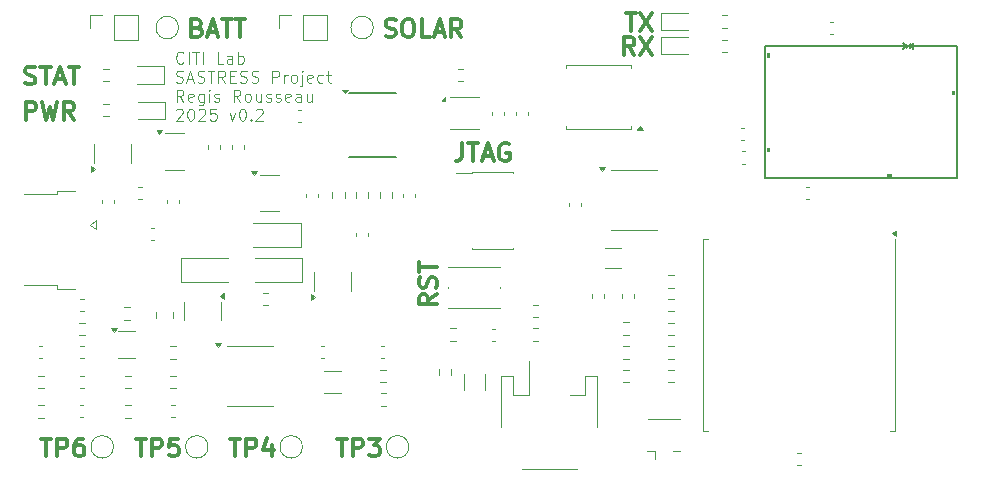
<source format=gbr>
%TF.GenerationSoftware,KiCad,Pcbnew,9.0.0*%
%TF.CreationDate,2025-03-04T10:40:36+01:00*%
%TF.ProjectId,mdbt_lora_board,6d646274-5f6c-46f7-9261-5f626f617264,v0.2*%
%TF.SameCoordinates,Original*%
%TF.FileFunction,Legend,Top*%
%TF.FilePolarity,Positive*%
%FSLAX46Y46*%
G04 Gerber Fmt 4.6, Leading zero omitted, Abs format (unit mm)*
G04 Created by KiCad (PCBNEW 9.0.0) date 2025-03-04 10:40:36*
%MOMM*%
%LPD*%
G01*
G04 APERTURE LIST*
%ADD10C,0.300000*%
%ADD11C,0.100000*%
%ADD12C,0.150000*%
%ADD13C,0.120000*%
%ADD14C,0.152400*%
%ADD15C,0.000000*%
G04 APERTURE END LIST*
D10*
X135800828Y-84588346D02*
X135086542Y-85088346D01*
X135800828Y-85445489D02*
X134300828Y-85445489D01*
X134300828Y-85445489D02*
X134300828Y-84874060D01*
X134300828Y-84874060D02*
X134372257Y-84731203D01*
X134372257Y-84731203D02*
X134443685Y-84659774D01*
X134443685Y-84659774D02*
X134586542Y-84588346D01*
X134586542Y-84588346D02*
X134800828Y-84588346D01*
X134800828Y-84588346D02*
X134943685Y-84659774D01*
X134943685Y-84659774D02*
X135015114Y-84731203D01*
X135015114Y-84731203D02*
X135086542Y-84874060D01*
X135086542Y-84874060D02*
X135086542Y-85445489D01*
X135729400Y-84016917D02*
X135800828Y-83802632D01*
X135800828Y-83802632D02*
X135800828Y-83445489D01*
X135800828Y-83445489D02*
X135729400Y-83302632D01*
X135729400Y-83302632D02*
X135657971Y-83231203D01*
X135657971Y-83231203D02*
X135515114Y-83159774D01*
X135515114Y-83159774D02*
X135372257Y-83159774D01*
X135372257Y-83159774D02*
X135229400Y-83231203D01*
X135229400Y-83231203D02*
X135157971Y-83302632D01*
X135157971Y-83302632D02*
X135086542Y-83445489D01*
X135086542Y-83445489D02*
X135015114Y-83731203D01*
X135015114Y-83731203D02*
X134943685Y-83874060D01*
X134943685Y-83874060D02*
X134872257Y-83945489D01*
X134872257Y-83945489D02*
X134729400Y-84016917D01*
X134729400Y-84016917D02*
X134586542Y-84016917D01*
X134586542Y-84016917D02*
X134443685Y-83945489D01*
X134443685Y-83945489D02*
X134372257Y-83874060D01*
X134372257Y-83874060D02*
X134300828Y-83731203D01*
X134300828Y-83731203D02*
X134300828Y-83374060D01*
X134300828Y-83374060D02*
X134372257Y-83159774D01*
X134300828Y-82731203D02*
X134300828Y-81874061D01*
X135800828Y-82302632D02*
X134300828Y-82302632D01*
X131483082Y-62729400D02*
X131697368Y-62800828D01*
X131697368Y-62800828D02*
X132054510Y-62800828D01*
X132054510Y-62800828D02*
X132197368Y-62729400D01*
X132197368Y-62729400D02*
X132268796Y-62657971D01*
X132268796Y-62657971D02*
X132340225Y-62515114D01*
X132340225Y-62515114D02*
X132340225Y-62372257D01*
X132340225Y-62372257D02*
X132268796Y-62229400D01*
X132268796Y-62229400D02*
X132197368Y-62157971D01*
X132197368Y-62157971D02*
X132054510Y-62086542D01*
X132054510Y-62086542D02*
X131768796Y-62015114D01*
X131768796Y-62015114D02*
X131625939Y-61943685D01*
X131625939Y-61943685D02*
X131554510Y-61872257D01*
X131554510Y-61872257D02*
X131483082Y-61729400D01*
X131483082Y-61729400D02*
X131483082Y-61586542D01*
X131483082Y-61586542D02*
X131554510Y-61443685D01*
X131554510Y-61443685D02*
X131625939Y-61372257D01*
X131625939Y-61372257D02*
X131768796Y-61300828D01*
X131768796Y-61300828D02*
X132125939Y-61300828D01*
X132125939Y-61300828D02*
X132340225Y-61372257D01*
X133268796Y-61300828D02*
X133554510Y-61300828D01*
X133554510Y-61300828D02*
X133697367Y-61372257D01*
X133697367Y-61372257D02*
X133840224Y-61515114D01*
X133840224Y-61515114D02*
X133911653Y-61800828D01*
X133911653Y-61800828D02*
X133911653Y-62300828D01*
X133911653Y-62300828D02*
X133840224Y-62586542D01*
X133840224Y-62586542D02*
X133697367Y-62729400D01*
X133697367Y-62729400D02*
X133554510Y-62800828D01*
X133554510Y-62800828D02*
X133268796Y-62800828D01*
X133268796Y-62800828D02*
X133125939Y-62729400D01*
X133125939Y-62729400D02*
X132983081Y-62586542D01*
X132983081Y-62586542D02*
X132911653Y-62300828D01*
X132911653Y-62300828D02*
X132911653Y-61800828D01*
X132911653Y-61800828D02*
X132983081Y-61515114D01*
X132983081Y-61515114D02*
X133125939Y-61372257D01*
X133125939Y-61372257D02*
X133268796Y-61300828D01*
X135268796Y-62800828D02*
X134554510Y-62800828D01*
X134554510Y-62800828D02*
X134554510Y-61300828D01*
X135697368Y-62372257D02*
X136411654Y-62372257D01*
X135554511Y-62800828D02*
X136054511Y-61300828D01*
X136054511Y-61300828D02*
X136554511Y-62800828D01*
X137911653Y-62800828D02*
X137411653Y-62086542D01*
X137054510Y-62800828D02*
X137054510Y-61300828D01*
X137054510Y-61300828D02*
X137625939Y-61300828D01*
X137625939Y-61300828D02*
X137768796Y-61372257D01*
X137768796Y-61372257D02*
X137840225Y-61443685D01*
X137840225Y-61443685D02*
X137911653Y-61586542D01*
X137911653Y-61586542D02*
X137911653Y-61800828D01*
X137911653Y-61800828D02*
X137840225Y-61943685D01*
X137840225Y-61943685D02*
X137768796Y-62015114D01*
X137768796Y-62015114D02*
X137625939Y-62086542D01*
X137625939Y-62086542D02*
X137054510Y-62086542D01*
X115554510Y-62015114D02*
X115768796Y-62086542D01*
X115768796Y-62086542D02*
X115840225Y-62157971D01*
X115840225Y-62157971D02*
X115911653Y-62300828D01*
X115911653Y-62300828D02*
X115911653Y-62515114D01*
X115911653Y-62515114D02*
X115840225Y-62657971D01*
X115840225Y-62657971D02*
X115768796Y-62729400D01*
X115768796Y-62729400D02*
X115625939Y-62800828D01*
X115625939Y-62800828D02*
X115054510Y-62800828D01*
X115054510Y-62800828D02*
X115054510Y-61300828D01*
X115054510Y-61300828D02*
X115554510Y-61300828D01*
X115554510Y-61300828D02*
X115697368Y-61372257D01*
X115697368Y-61372257D02*
X115768796Y-61443685D01*
X115768796Y-61443685D02*
X115840225Y-61586542D01*
X115840225Y-61586542D02*
X115840225Y-61729400D01*
X115840225Y-61729400D02*
X115768796Y-61872257D01*
X115768796Y-61872257D02*
X115697368Y-61943685D01*
X115697368Y-61943685D02*
X115554510Y-62015114D01*
X115554510Y-62015114D02*
X115054510Y-62015114D01*
X116483082Y-62372257D02*
X117197368Y-62372257D01*
X116340225Y-62800828D02*
X116840225Y-61300828D01*
X116840225Y-61300828D02*
X117340225Y-62800828D01*
X117625939Y-61300828D02*
X118483082Y-61300828D01*
X118054510Y-62800828D02*
X118054510Y-61300828D01*
X118768796Y-61300828D02*
X119625939Y-61300828D01*
X119197367Y-62800828D02*
X119197367Y-61300828D01*
X100983082Y-66729400D02*
X101197368Y-66800828D01*
X101197368Y-66800828D02*
X101554510Y-66800828D01*
X101554510Y-66800828D02*
X101697368Y-66729400D01*
X101697368Y-66729400D02*
X101768796Y-66657971D01*
X101768796Y-66657971D02*
X101840225Y-66515114D01*
X101840225Y-66515114D02*
X101840225Y-66372257D01*
X101840225Y-66372257D02*
X101768796Y-66229400D01*
X101768796Y-66229400D02*
X101697368Y-66157971D01*
X101697368Y-66157971D02*
X101554510Y-66086542D01*
X101554510Y-66086542D02*
X101268796Y-66015114D01*
X101268796Y-66015114D02*
X101125939Y-65943685D01*
X101125939Y-65943685D02*
X101054510Y-65872257D01*
X101054510Y-65872257D02*
X100983082Y-65729400D01*
X100983082Y-65729400D02*
X100983082Y-65586542D01*
X100983082Y-65586542D02*
X101054510Y-65443685D01*
X101054510Y-65443685D02*
X101125939Y-65372257D01*
X101125939Y-65372257D02*
X101268796Y-65300828D01*
X101268796Y-65300828D02*
X101625939Y-65300828D01*
X101625939Y-65300828D02*
X101840225Y-65372257D01*
X102268796Y-65300828D02*
X103125939Y-65300828D01*
X102697367Y-66800828D02*
X102697367Y-65300828D01*
X103554510Y-66372257D02*
X104268796Y-66372257D01*
X103411653Y-66800828D02*
X103911653Y-65300828D01*
X103911653Y-65300828D02*
X104411653Y-66800828D01*
X104697367Y-65300828D02*
X105554510Y-65300828D01*
X105125938Y-66800828D02*
X105125938Y-65300828D01*
X151840225Y-60800828D02*
X152697368Y-60800828D01*
X152268796Y-62300828D02*
X152268796Y-60800828D01*
X153054510Y-60800828D02*
X154054510Y-62300828D01*
X154054510Y-60800828D02*
X153054510Y-62300828D01*
X118340225Y-96800828D02*
X119197368Y-96800828D01*
X118768796Y-98300828D02*
X118768796Y-96800828D01*
X119697367Y-98300828D02*
X119697367Y-96800828D01*
X119697367Y-96800828D02*
X120268796Y-96800828D01*
X120268796Y-96800828D02*
X120411653Y-96872257D01*
X120411653Y-96872257D02*
X120483082Y-96943685D01*
X120483082Y-96943685D02*
X120554510Y-97086542D01*
X120554510Y-97086542D02*
X120554510Y-97300828D01*
X120554510Y-97300828D02*
X120483082Y-97443685D01*
X120483082Y-97443685D02*
X120411653Y-97515114D01*
X120411653Y-97515114D02*
X120268796Y-97586542D01*
X120268796Y-97586542D02*
X119697367Y-97586542D01*
X121840225Y-97300828D02*
X121840225Y-98300828D01*
X121483082Y-96729400D02*
X121125939Y-97800828D01*
X121125939Y-97800828D02*
X122054510Y-97800828D01*
X102340225Y-96800828D02*
X103197368Y-96800828D01*
X102768796Y-98300828D02*
X102768796Y-96800828D01*
X103697367Y-98300828D02*
X103697367Y-96800828D01*
X103697367Y-96800828D02*
X104268796Y-96800828D01*
X104268796Y-96800828D02*
X104411653Y-96872257D01*
X104411653Y-96872257D02*
X104483082Y-96943685D01*
X104483082Y-96943685D02*
X104554510Y-97086542D01*
X104554510Y-97086542D02*
X104554510Y-97300828D01*
X104554510Y-97300828D02*
X104483082Y-97443685D01*
X104483082Y-97443685D02*
X104411653Y-97515114D01*
X104411653Y-97515114D02*
X104268796Y-97586542D01*
X104268796Y-97586542D02*
X103697367Y-97586542D01*
X105840225Y-96800828D02*
X105554510Y-96800828D01*
X105554510Y-96800828D02*
X105411653Y-96872257D01*
X105411653Y-96872257D02*
X105340225Y-96943685D01*
X105340225Y-96943685D02*
X105197367Y-97157971D01*
X105197367Y-97157971D02*
X105125939Y-97443685D01*
X105125939Y-97443685D02*
X105125939Y-98015114D01*
X105125939Y-98015114D02*
X105197367Y-98157971D01*
X105197367Y-98157971D02*
X105268796Y-98229400D01*
X105268796Y-98229400D02*
X105411653Y-98300828D01*
X105411653Y-98300828D02*
X105697367Y-98300828D01*
X105697367Y-98300828D02*
X105840225Y-98229400D01*
X105840225Y-98229400D02*
X105911653Y-98157971D01*
X105911653Y-98157971D02*
X105983082Y-98015114D01*
X105983082Y-98015114D02*
X105983082Y-97657971D01*
X105983082Y-97657971D02*
X105911653Y-97515114D01*
X105911653Y-97515114D02*
X105840225Y-97443685D01*
X105840225Y-97443685D02*
X105697367Y-97372257D01*
X105697367Y-97372257D02*
X105411653Y-97372257D01*
X105411653Y-97372257D02*
X105268796Y-97443685D01*
X105268796Y-97443685D02*
X105197367Y-97515114D01*
X105197367Y-97515114D02*
X105125939Y-97657971D01*
X101054510Y-69800828D02*
X101054510Y-68300828D01*
X101054510Y-68300828D02*
X101625939Y-68300828D01*
X101625939Y-68300828D02*
X101768796Y-68372257D01*
X101768796Y-68372257D02*
X101840225Y-68443685D01*
X101840225Y-68443685D02*
X101911653Y-68586542D01*
X101911653Y-68586542D02*
X101911653Y-68800828D01*
X101911653Y-68800828D02*
X101840225Y-68943685D01*
X101840225Y-68943685D02*
X101768796Y-69015114D01*
X101768796Y-69015114D02*
X101625939Y-69086542D01*
X101625939Y-69086542D02*
X101054510Y-69086542D01*
X102411653Y-68300828D02*
X102768796Y-69800828D01*
X102768796Y-69800828D02*
X103054510Y-68729400D01*
X103054510Y-68729400D02*
X103340225Y-69800828D01*
X103340225Y-69800828D02*
X103697368Y-68300828D01*
X105125939Y-69800828D02*
X104625939Y-69086542D01*
X104268796Y-69800828D02*
X104268796Y-68300828D01*
X104268796Y-68300828D02*
X104840225Y-68300828D01*
X104840225Y-68300828D02*
X104983082Y-68372257D01*
X104983082Y-68372257D02*
X105054511Y-68443685D01*
X105054511Y-68443685D02*
X105125939Y-68586542D01*
X105125939Y-68586542D02*
X105125939Y-68800828D01*
X105125939Y-68800828D02*
X105054511Y-68943685D01*
X105054511Y-68943685D02*
X104983082Y-69015114D01*
X104983082Y-69015114D02*
X104840225Y-69086542D01*
X104840225Y-69086542D02*
X104268796Y-69086542D01*
X137983082Y-71800828D02*
X137983082Y-72872257D01*
X137983082Y-72872257D02*
X137911653Y-73086542D01*
X137911653Y-73086542D02*
X137768796Y-73229400D01*
X137768796Y-73229400D02*
X137554510Y-73300828D01*
X137554510Y-73300828D02*
X137411653Y-73300828D01*
X138483082Y-71800828D02*
X139340225Y-71800828D01*
X138911653Y-73300828D02*
X138911653Y-71800828D01*
X139768796Y-72872257D02*
X140483082Y-72872257D01*
X139625939Y-73300828D02*
X140125939Y-71800828D01*
X140125939Y-71800828D02*
X140625939Y-73300828D01*
X141911653Y-71872257D02*
X141768796Y-71800828D01*
X141768796Y-71800828D02*
X141554510Y-71800828D01*
X141554510Y-71800828D02*
X141340224Y-71872257D01*
X141340224Y-71872257D02*
X141197367Y-72015114D01*
X141197367Y-72015114D02*
X141125938Y-72157971D01*
X141125938Y-72157971D02*
X141054510Y-72443685D01*
X141054510Y-72443685D02*
X141054510Y-72657971D01*
X141054510Y-72657971D02*
X141125938Y-72943685D01*
X141125938Y-72943685D02*
X141197367Y-73086542D01*
X141197367Y-73086542D02*
X141340224Y-73229400D01*
X141340224Y-73229400D02*
X141554510Y-73300828D01*
X141554510Y-73300828D02*
X141697367Y-73300828D01*
X141697367Y-73300828D02*
X141911653Y-73229400D01*
X141911653Y-73229400D02*
X141983081Y-73157971D01*
X141983081Y-73157971D02*
X141983081Y-72657971D01*
X141983081Y-72657971D02*
X141697367Y-72657971D01*
D11*
X114375312Y-64947348D02*
X114327693Y-64994968D01*
X114327693Y-64994968D02*
X114184836Y-65042587D01*
X114184836Y-65042587D02*
X114089598Y-65042587D01*
X114089598Y-65042587D02*
X113946741Y-64994968D01*
X113946741Y-64994968D02*
X113851503Y-64899729D01*
X113851503Y-64899729D02*
X113803884Y-64804491D01*
X113803884Y-64804491D02*
X113756265Y-64614015D01*
X113756265Y-64614015D02*
X113756265Y-64471158D01*
X113756265Y-64471158D02*
X113803884Y-64280682D01*
X113803884Y-64280682D02*
X113851503Y-64185444D01*
X113851503Y-64185444D02*
X113946741Y-64090206D01*
X113946741Y-64090206D02*
X114089598Y-64042587D01*
X114089598Y-64042587D02*
X114184836Y-64042587D01*
X114184836Y-64042587D02*
X114327693Y-64090206D01*
X114327693Y-64090206D02*
X114375312Y-64137825D01*
X114803884Y-65042587D02*
X114803884Y-64042587D01*
X115137217Y-64042587D02*
X115708645Y-64042587D01*
X115422931Y-65042587D02*
X115422931Y-64042587D01*
X116041979Y-65042587D02*
X116041979Y-64042587D01*
X117756264Y-65042587D02*
X117280074Y-65042587D01*
X117280074Y-65042587D02*
X117280074Y-64042587D01*
X118518169Y-65042587D02*
X118518169Y-64518777D01*
X118518169Y-64518777D02*
X118470550Y-64423539D01*
X118470550Y-64423539D02*
X118375312Y-64375920D01*
X118375312Y-64375920D02*
X118184836Y-64375920D01*
X118184836Y-64375920D02*
X118089598Y-64423539D01*
X118518169Y-64994968D02*
X118422931Y-65042587D01*
X118422931Y-65042587D02*
X118184836Y-65042587D01*
X118184836Y-65042587D02*
X118089598Y-64994968D01*
X118089598Y-64994968D02*
X118041979Y-64899729D01*
X118041979Y-64899729D02*
X118041979Y-64804491D01*
X118041979Y-64804491D02*
X118089598Y-64709253D01*
X118089598Y-64709253D02*
X118184836Y-64661634D01*
X118184836Y-64661634D02*
X118422931Y-64661634D01*
X118422931Y-64661634D02*
X118518169Y-64614015D01*
X118994360Y-65042587D02*
X118994360Y-64042587D01*
X118994360Y-64423539D02*
X119089598Y-64375920D01*
X119089598Y-64375920D02*
X119280074Y-64375920D01*
X119280074Y-64375920D02*
X119375312Y-64423539D01*
X119375312Y-64423539D02*
X119422931Y-64471158D01*
X119422931Y-64471158D02*
X119470550Y-64566396D01*
X119470550Y-64566396D02*
X119470550Y-64852110D01*
X119470550Y-64852110D02*
X119422931Y-64947348D01*
X119422931Y-64947348D02*
X119375312Y-64994968D01*
X119375312Y-64994968D02*
X119280074Y-65042587D01*
X119280074Y-65042587D02*
X119089598Y-65042587D01*
X119089598Y-65042587D02*
X118994360Y-64994968D01*
X113756265Y-66604912D02*
X113899122Y-66652531D01*
X113899122Y-66652531D02*
X114137217Y-66652531D01*
X114137217Y-66652531D02*
X114232455Y-66604912D01*
X114232455Y-66604912D02*
X114280074Y-66557292D01*
X114280074Y-66557292D02*
X114327693Y-66462054D01*
X114327693Y-66462054D02*
X114327693Y-66366816D01*
X114327693Y-66366816D02*
X114280074Y-66271578D01*
X114280074Y-66271578D02*
X114232455Y-66223959D01*
X114232455Y-66223959D02*
X114137217Y-66176340D01*
X114137217Y-66176340D02*
X113946741Y-66128721D01*
X113946741Y-66128721D02*
X113851503Y-66081102D01*
X113851503Y-66081102D02*
X113803884Y-66033483D01*
X113803884Y-66033483D02*
X113756265Y-65938245D01*
X113756265Y-65938245D02*
X113756265Y-65843007D01*
X113756265Y-65843007D02*
X113803884Y-65747769D01*
X113803884Y-65747769D02*
X113851503Y-65700150D01*
X113851503Y-65700150D02*
X113946741Y-65652531D01*
X113946741Y-65652531D02*
X114184836Y-65652531D01*
X114184836Y-65652531D02*
X114327693Y-65700150D01*
X114708646Y-66366816D02*
X115184836Y-66366816D01*
X114613408Y-66652531D02*
X114946741Y-65652531D01*
X114946741Y-65652531D02*
X115280074Y-66652531D01*
X115565789Y-66604912D02*
X115708646Y-66652531D01*
X115708646Y-66652531D02*
X115946741Y-66652531D01*
X115946741Y-66652531D02*
X116041979Y-66604912D01*
X116041979Y-66604912D02*
X116089598Y-66557292D01*
X116089598Y-66557292D02*
X116137217Y-66462054D01*
X116137217Y-66462054D02*
X116137217Y-66366816D01*
X116137217Y-66366816D02*
X116089598Y-66271578D01*
X116089598Y-66271578D02*
X116041979Y-66223959D01*
X116041979Y-66223959D02*
X115946741Y-66176340D01*
X115946741Y-66176340D02*
X115756265Y-66128721D01*
X115756265Y-66128721D02*
X115661027Y-66081102D01*
X115661027Y-66081102D02*
X115613408Y-66033483D01*
X115613408Y-66033483D02*
X115565789Y-65938245D01*
X115565789Y-65938245D02*
X115565789Y-65843007D01*
X115565789Y-65843007D02*
X115613408Y-65747769D01*
X115613408Y-65747769D02*
X115661027Y-65700150D01*
X115661027Y-65700150D02*
X115756265Y-65652531D01*
X115756265Y-65652531D02*
X115994360Y-65652531D01*
X115994360Y-65652531D02*
X116137217Y-65700150D01*
X116422932Y-65652531D02*
X116994360Y-65652531D01*
X116708646Y-66652531D02*
X116708646Y-65652531D01*
X117899122Y-66652531D02*
X117565789Y-66176340D01*
X117327694Y-66652531D02*
X117327694Y-65652531D01*
X117327694Y-65652531D02*
X117708646Y-65652531D01*
X117708646Y-65652531D02*
X117803884Y-65700150D01*
X117803884Y-65700150D02*
X117851503Y-65747769D01*
X117851503Y-65747769D02*
X117899122Y-65843007D01*
X117899122Y-65843007D02*
X117899122Y-65985864D01*
X117899122Y-65985864D02*
X117851503Y-66081102D01*
X117851503Y-66081102D02*
X117803884Y-66128721D01*
X117803884Y-66128721D02*
X117708646Y-66176340D01*
X117708646Y-66176340D02*
X117327694Y-66176340D01*
X118327694Y-66128721D02*
X118661027Y-66128721D01*
X118803884Y-66652531D02*
X118327694Y-66652531D01*
X118327694Y-66652531D02*
X118327694Y-65652531D01*
X118327694Y-65652531D02*
X118803884Y-65652531D01*
X119184837Y-66604912D02*
X119327694Y-66652531D01*
X119327694Y-66652531D02*
X119565789Y-66652531D01*
X119565789Y-66652531D02*
X119661027Y-66604912D01*
X119661027Y-66604912D02*
X119708646Y-66557292D01*
X119708646Y-66557292D02*
X119756265Y-66462054D01*
X119756265Y-66462054D02*
X119756265Y-66366816D01*
X119756265Y-66366816D02*
X119708646Y-66271578D01*
X119708646Y-66271578D02*
X119661027Y-66223959D01*
X119661027Y-66223959D02*
X119565789Y-66176340D01*
X119565789Y-66176340D02*
X119375313Y-66128721D01*
X119375313Y-66128721D02*
X119280075Y-66081102D01*
X119280075Y-66081102D02*
X119232456Y-66033483D01*
X119232456Y-66033483D02*
X119184837Y-65938245D01*
X119184837Y-65938245D02*
X119184837Y-65843007D01*
X119184837Y-65843007D02*
X119232456Y-65747769D01*
X119232456Y-65747769D02*
X119280075Y-65700150D01*
X119280075Y-65700150D02*
X119375313Y-65652531D01*
X119375313Y-65652531D02*
X119613408Y-65652531D01*
X119613408Y-65652531D02*
X119756265Y-65700150D01*
X120137218Y-66604912D02*
X120280075Y-66652531D01*
X120280075Y-66652531D02*
X120518170Y-66652531D01*
X120518170Y-66652531D02*
X120613408Y-66604912D01*
X120613408Y-66604912D02*
X120661027Y-66557292D01*
X120661027Y-66557292D02*
X120708646Y-66462054D01*
X120708646Y-66462054D02*
X120708646Y-66366816D01*
X120708646Y-66366816D02*
X120661027Y-66271578D01*
X120661027Y-66271578D02*
X120613408Y-66223959D01*
X120613408Y-66223959D02*
X120518170Y-66176340D01*
X120518170Y-66176340D02*
X120327694Y-66128721D01*
X120327694Y-66128721D02*
X120232456Y-66081102D01*
X120232456Y-66081102D02*
X120184837Y-66033483D01*
X120184837Y-66033483D02*
X120137218Y-65938245D01*
X120137218Y-65938245D02*
X120137218Y-65843007D01*
X120137218Y-65843007D02*
X120184837Y-65747769D01*
X120184837Y-65747769D02*
X120232456Y-65700150D01*
X120232456Y-65700150D02*
X120327694Y-65652531D01*
X120327694Y-65652531D02*
X120565789Y-65652531D01*
X120565789Y-65652531D02*
X120708646Y-65700150D01*
X121899123Y-66652531D02*
X121899123Y-65652531D01*
X121899123Y-65652531D02*
X122280075Y-65652531D01*
X122280075Y-65652531D02*
X122375313Y-65700150D01*
X122375313Y-65700150D02*
X122422932Y-65747769D01*
X122422932Y-65747769D02*
X122470551Y-65843007D01*
X122470551Y-65843007D02*
X122470551Y-65985864D01*
X122470551Y-65985864D02*
X122422932Y-66081102D01*
X122422932Y-66081102D02*
X122375313Y-66128721D01*
X122375313Y-66128721D02*
X122280075Y-66176340D01*
X122280075Y-66176340D02*
X121899123Y-66176340D01*
X122899123Y-66652531D02*
X122899123Y-65985864D01*
X122899123Y-66176340D02*
X122946742Y-66081102D01*
X122946742Y-66081102D02*
X122994361Y-66033483D01*
X122994361Y-66033483D02*
X123089599Y-65985864D01*
X123089599Y-65985864D02*
X123184837Y-65985864D01*
X123661028Y-66652531D02*
X123565790Y-66604912D01*
X123565790Y-66604912D02*
X123518171Y-66557292D01*
X123518171Y-66557292D02*
X123470552Y-66462054D01*
X123470552Y-66462054D02*
X123470552Y-66176340D01*
X123470552Y-66176340D02*
X123518171Y-66081102D01*
X123518171Y-66081102D02*
X123565790Y-66033483D01*
X123565790Y-66033483D02*
X123661028Y-65985864D01*
X123661028Y-65985864D02*
X123803885Y-65985864D01*
X123803885Y-65985864D02*
X123899123Y-66033483D01*
X123899123Y-66033483D02*
X123946742Y-66081102D01*
X123946742Y-66081102D02*
X123994361Y-66176340D01*
X123994361Y-66176340D02*
X123994361Y-66462054D01*
X123994361Y-66462054D02*
X123946742Y-66557292D01*
X123946742Y-66557292D02*
X123899123Y-66604912D01*
X123899123Y-66604912D02*
X123803885Y-66652531D01*
X123803885Y-66652531D02*
X123661028Y-66652531D01*
X124422933Y-65985864D02*
X124422933Y-66843007D01*
X124422933Y-66843007D02*
X124375314Y-66938245D01*
X124375314Y-66938245D02*
X124280076Y-66985864D01*
X124280076Y-66985864D02*
X124232457Y-66985864D01*
X124422933Y-65652531D02*
X124375314Y-65700150D01*
X124375314Y-65700150D02*
X124422933Y-65747769D01*
X124422933Y-65747769D02*
X124470552Y-65700150D01*
X124470552Y-65700150D02*
X124422933Y-65652531D01*
X124422933Y-65652531D02*
X124422933Y-65747769D01*
X125280075Y-66604912D02*
X125184837Y-66652531D01*
X125184837Y-66652531D02*
X124994361Y-66652531D01*
X124994361Y-66652531D02*
X124899123Y-66604912D01*
X124899123Y-66604912D02*
X124851504Y-66509673D01*
X124851504Y-66509673D02*
X124851504Y-66128721D01*
X124851504Y-66128721D02*
X124899123Y-66033483D01*
X124899123Y-66033483D02*
X124994361Y-65985864D01*
X124994361Y-65985864D02*
X125184837Y-65985864D01*
X125184837Y-65985864D02*
X125280075Y-66033483D01*
X125280075Y-66033483D02*
X125327694Y-66128721D01*
X125327694Y-66128721D02*
X125327694Y-66223959D01*
X125327694Y-66223959D02*
X124851504Y-66319197D01*
X126184837Y-66604912D02*
X126089599Y-66652531D01*
X126089599Y-66652531D02*
X125899123Y-66652531D01*
X125899123Y-66652531D02*
X125803885Y-66604912D01*
X125803885Y-66604912D02*
X125756266Y-66557292D01*
X125756266Y-66557292D02*
X125708647Y-66462054D01*
X125708647Y-66462054D02*
X125708647Y-66176340D01*
X125708647Y-66176340D02*
X125756266Y-66081102D01*
X125756266Y-66081102D02*
X125803885Y-66033483D01*
X125803885Y-66033483D02*
X125899123Y-65985864D01*
X125899123Y-65985864D02*
X126089599Y-65985864D01*
X126089599Y-65985864D02*
X126184837Y-66033483D01*
X126470552Y-65985864D02*
X126851504Y-65985864D01*
X126613409Y-65652531D02*
X126613409Y-66509673D01*
X126613409Y-66509673D02*
X126661028Y-66604912D01*
X126661028Y-66604912D02*
X126756266Y-66652531D01*
X126756266Y-66652531D02*
X126851504Y-66652531D01*
X114375312Y-68262475D02*
X114041979Y-67786284D01*
X113803884Y-68262475D02*
X113803884Y-67262475D01*
X113803884Y-67262475D02*
X114184836Y-67262475D01*
X114184836Y-67262475D02*
X114280074Y-67310094D01*
X114280074Y-67310094D02*
X114327693Y-67357713D01*
X114327693Y-67357713D02*
X114375312Y-67452951D01*
X114375312Y-67452951D02*
X114375312Y-67595808D01*
X114375312Y-67595808D02*
X114327693Y-67691046D01*
X114327693Y-67691046D02*
X114280074Y-67738665D01*
X114280074Y-67738665D02*
X114184836Y-67786284D01*
X114184836Y-67786284D02*
X113803884Y-67786284D01*
X115184836Y-68214856D02*
X115089598Y-68262475D01*
X115089598Y-68262475D02*
X114899122Y-68262475D01*
X114899122Y-68262475D02*
X114803884Y-68214856D01*
X114803884Y-68214856D02*
X114756265Y-68119617D01*
X114756265Y-68119617D02*
X114756265Y-67738665D01*
X114756265Y-67738665D02*
X114803884Y-67643427D01*
X114803884Y-67643427D02*
X114899122Y-67595808D01*
X114899122Y-67595808D02*
X115089598Y-67595808D01*
X115089598Y-67595808D02*
X115184836Y-67643427D01*
X115184836Y-67643427D02*
X115232455Y-67738665D01*
X115232455Y-67738665D02*
X115232455Y-67833903D01*
X115232455Y-67833903D02*
X114756265Y-67929141D01*
X116089598Y-67595808D02*
X116089598Y-68405332D01*
X116089598Y-68405332D02*
X116041979Y-68500570D01*
X116041979Y-68500570D02*
X115994360Y-68548189D01*
X115994360Y-68548189D02*
X115899122Y-68595808D01*
X115899122Y-68595808D02*
X115756265Y-68595808D01*
X115756265Y-68595808D02*
X115661027Y-68548189D01*
X116089598Y-68214856D02*
X115994360Y-68262475D01*
X115994360Y-68262475D02*
X115803884Y-68262475D01*
X115803884Y-68262475D02*
X115708646Y-68214856D01*
X115708646Y-68214856D02*
X115661027Y-68167236D01*
X115661027Y-68167236D02*
X115613408Y-68071998D01*
X115613408Y-68071998D02*
X115613408Y-67786284D01*
X115613408Y-67786284D02*
X115661027Y-67691046D01*
X115661027Y-67691046D02*
X115708646Y-67643427D01*
X115708646Y-67643427D02*
X115803884Y-67595808D01*
X115803884Y-67595808D02*
X115994360Y-67595808D01*
X115994360Y-67595808D02*
X116089598Y-67643427D01*
X116565789Y-68262475D02*
X116565789Y-67595808D01*
X116565789Y-67262475D02*
X116518170Y-67310094D01*
X116518170Y-67310094D02*
X116565789Y-67357713D01*
X116565789Y-67357713D02*
X116613408Y-67310094D01*
X116613408Y-67310094D02*
X116565789Y-67262475D01*
X116565789Y-67262475D02*
X116565789Y-67357713D01*
X116994360Y-68214856D02*
X117089598Y-68262475D01*
X117089598Y-68262475D02*
X117280074Y-68262475D01*
X117280074Y-68262475D02*
X117375312Y-68214856D01*
X117375312Y-68214856D02*
X117422931Y-68119617D01*
X117422931Y-68119617D02*
X117422931Y-68071998D01*
X117422931Y-68071998D02*
X117375312Y-67976760D01*
X117375312Y-67976760D02*
X117280074Y-67929141D01*
X117280074Y-67929141D02*
X117137217Y-67929141D01*
X117137217Y-67929141D02*
X117041979Y-67881522D01*
X117041979Y-67881522D02*
X116994360Y-67786284D01*
X116994360Y-67786284D02*
X116994360Y-67738665D01*
X116994360Y-67738665D02*
X117041979Y-67643427D01*
X117041979Y-67643427D02*
X117137217Y-67595808D01*
X117137217Y-67595808D02*
X117280074Y-67595808D01*
X117280074Y-67595808D02*
X117375312Y-67643427D01*
X119184836Y-68262475D02*
X118851503Y-67786284D01*
X118613408Y-68262475D02*
X118613408Y-67262475D01*
X118613408Y-67262475D02*
X118994360Y-67262475D01*
X118994360Y-67262475D02*
X119089598Y-67310094D01*
X119089598Y-67310094D02*
X119137217Y-67357713D01*
X119137217Y-67357713D02*
X119184836Y-67452951D01*
X119184836Y-67452951D02*
X119184836Y-67595808D01*
X119184836Y-67595808D02*
X119137217Y-67691046D01*
X119137217Y-67691046D02*
X119089598Y-67738665D01*
X119089598Y-67738665D02*
X118994360Y-67786284D01*
X118994360Y-67786284D02*
X118613408Y-67786284D01*
X119756265Y-68262475D02*
X119661027Y-68214856D01*
X119661027Y-68214856D02*
X119613408Y-68167236D01*
X119613408Y-68167236D02*
X119565789Y-68071998D01*
X119565789Y-68071998D02*
X119565789Y-67786284D01*
X119565789Y-67786284D02*
X119613408Y-67691046D01*
X119613408Y-67691046D02*
X119661027Y-67643427D01*
X119661027Y-67643427D02*
X119756265Y-67595808D01*
X119756265Y-67595808D02*
X119899122Y-67595808D01*
X119899122Y-67595808D02*
X119994360Y-67643427D01*
X119994360Y-67643427D02*
X120041979Y-67691046D01*
X120041979Y-67691046D02*
X120089598Y-67786284D01*
X120089598Y-67786284D02*
X120089598Y-68071998D01*
X120089598Y-68071998D02*
X120041979Y-68167236D01*
X120041979Y-68167236D02*
X119994360Y-68214856D01*
X119994360Y-68214856D02*
X119899122Y-68262475D01*
X119899122Y-68262475D02*
X119756265Y-68262475D01*
X120946741Y-67595808D02*
X120946741Y-68262475D01*
X120518170Y-67595808D02*
X120518170Y-68119617D01*
X120518170Y-68119617D02*
X120565789Y-68214856D01*
X120565789Y-68214856D02*
X120661027Y-68262475D01*
X120661027Y-68262475D02*
X120803884Y-68262475D01*
X120803884Y-68262475D02*
X120899122Y-68214856D01*
X120899122Y-68214856D02*
X120946741Y-68167236D01*
X121375313Y-68214856D02*
X121470551Y-68262475D01*
X121470551Y-68262475D02*
X121661027Y-68262475D01*
X121661027Y-68262475D02*
X121756265Y-68214856D01*
X121756265Y-68214856D02*
X121803884Y-68119617D01*
X121803884Y-68119617D02*
X121803884Y-68071998D01*
X121803884Y-68071998D02*
X121756265Y-67976760D01*
X121756265Y-67976760D02*
X121661027Y-67929141D01*
X121661027Y-67929141D02*
X121518170Y-67929141D01*
X121518170Y-67929141D02*
X121422932Y-67881522D01*
X121422932Y-67881522D02*
X121375313Y-67786284D01*
X121375313Y-67786284D02*
X121375313Y-67738665D01*
X121375313Y-67738665D02*
X121422932Y-67643427D01*
X121422932Y-67643427D02*
X121518170Y-67595808D01*
X121518170Y-67595808D02*
X121661027Y-67595808D01*
X121661027Y-67595808D02*
X121756265Y-67643427D01*
X122184837Y-68214856D02*
X122280075Y-68262475D01*
X122280075Y-68262475D02*
X122470551Y-68262475D01*
X122470551Y-68262475D02*
X122565789Y-68214856D01*
X122565789Y-68214856D02*
X122613408Y-68119617D01*
X122613408Y-68119617D02*
X122613408Y-68071998D01*
X122613408Y-68071998D02*
X122565789Y-67976760D01*
X122565789Y-67976760D02*
X122470551Y-67929141D01*
X122470551Y-67929141D02*
X122327694Y-67929141D01*
X122327694Y-67929141D02*
X122232456Y-67881522D01*
X122232456Y-67881522D02*
X122184837Y-67786284D01*
X122184837Y-67786284D02*
X122184837Y-67738665D01*
X122184837Y-67738665D02*
X122232456Y-67643427D01*
X122232456Y-67643427D02*
X122327694Y-67595808D01*
X122327694Y-67595808D02*
X122470551Y-67595808D01*
X122470551Y-67595808D02*
X122565789Y-67643427D01*
X123422932Y-68214856D02*
X123327694Y-68262475D01*
X123327694Y-68262475D02*
X123137218Y-68262475D01*
X123137218Y-68262475D02*
X123041980Y-68214856D01*
X123041980Y-68214856D02*
X122994361Y-68119617D01*
X122994361Y-68119617D02*
X122994361Y-67738665D01*
X122994361Y-67738665D02*
X123041980Y-67643427D01*
X123041980Y-67643427D02*
X123137218Y-67595808D01*
X123137218Y-67595808D02*
X123327694Y-67595808D01*
X123327694Y-67595808D02*
X123422932Y-67643427D01*
X123422932Y-67643427D02*
X123470551Y-67738665D01*
X123470551Y-67738665D02*
X123470551Y-67833903D01*
X123470551Y-67833903D02*
X122994361Y-67929141D01*
X124327694Y-68262475D02*
X124327694Y-67738665D01*
X124327694Y-67738665D02*
X124280075Y-67643427D01*
X124280075Y-67643427D02*
X124184837Y-67595808D01*
X124184837Y-67595808D02*
X123994361Y-67595808D01*
X123994361Y-67595808D02*
X123899123Y-67643427D01*
X124327694Y-68214856D02*
X124232456Y-68262475D01*
X124232456Y-68262475D02*
X123994361Y-68262475D01*
X123994361Y-68262475D02*
X123899123Y-68214856D01*
X123899123Y-68214856D02*
X123851504Y-68119617D01*
X123851504Y-68119617D02*
X123851504Y-68024379D01*
X123851504Y-68024379D02*
X123899123Y-67929141D01*
X123899123Y-67929141D02*
X123994361Y-67881522D01*
X123994361Y-67881522D02*
X124232456Y-67881522D01*
X124232456Y-67881522D02*
X124327694Y-67833903D01*
X125232456Y-67595808D02*
X125232456Y-68262475D01*
X124803885Y-67595808D02*
X124803885Y-68119617D01*
X124803885Y-68119617D02*
X124851504Y-68214856D01*
X124851504Y-68214856D02*
X124946742Y-68262475D01*
X124946742Y-68262475D02*
X125089599Y-68262475D01*
X125089599Y-68262475D02*
X125184837Y-68214856D01*
X125184837Y-68214856D02*
X125232456Y-68167236D01*
X113756265Y-68967657D02*
X113803884Y-68920038D01*
X113803884Y-68920038D02*
X113899122Y-68872419D01*
X113899122Y-68872419D02*
X114137217Y-68872419D01*
X114137217Y-68872419D02*
X114232455Y-68920038D01*
X114232455Y-68920038D02*
X114280074Y-68967657D01*
X114280074Y-68967657D02*
X114327693Y-69062895D01*
X114327693Y-69062895D02*
X114327693Y-69158133D01*
X114327693Y-69158133D02*
X114280074Y-69300990D01*
X114280074Y-69300990D02*
X113708646Y-69872419D01*
X113708646Y-69872419D02*
X114327693Y-69872419D01*
X114946741Y-68872419D02*
X115041979Y-68872419D01*
X115041979Y-68872419D02*
X115137217Y-68920038D01*
X115137217Y-68920038D02*
X115184836Y-68967657D01*
X115184836Y-68967657D02*
X115232455Y-69062895D01*
X115232455Y-69062895D02*
X115280074Y-69253371D01*
X115280074Y-69253371D02*
X115280074Y-69491466D01*
X115280074Y-69491466D02*
X115232455Y-69681942D01*
X115232455Y-69681942D02*
X115184836Y-69777180D01*
X115184836Y-69777180D02*
X115137217Y-69824800D01*
X115137217Y-69824800D02*
X115041979Y-69872419D01*
X115041979Y-69872419D02*
X114946741Y-69872419D01*
X114946741Y-69872419D02*
X114851503Y-69824800D01*
X114851503Y-69824800D02*
X114803884Y-69777180D01*
X114803884Y-69777180D02*
X114756265Y-69681942D01*
X114756265Y-69681942D02*
X114708646Y-69491466D01*
X114708646Y-69491466D02*
X114708646Y-69253371D01*
X114708646Y-69253371D02*
X114756265Y-69062895D01*
X114756265Y-69062895D02*
X114803884Y-68967657D01*
X114803884Y-68967657D02*
X114851503Y-68920038D01*
X114851503Y-68920038D02*
X114946741Y-68872419D01*
X115661027Y-68967657D02*
X115708646Y-68920038D01*
X115708646Y-68920038D02*
X115803884Y-68872419D01*
X115803884Y-68872419D02*
X116041979Y-68872419D01*
X116041979Y-68872419D02*
X116137217Y-68920038D01*
X116137217Y-68920038D02*
X116184836Y-68967657D01*
X116184836Y-68967657D02*
X116232455Y-69062895D01*
X116232455Y-69062895D02*
X116232455Y-69158133D01*
X116232455Y-69158133D02*
X116184836Y-69300990D01*
X116184836Y-69300990D02*
X115613408Y-69872419D01*
X115613408Y-69872419D02*
X116232455Y-69872419D01*
X117137217Y-68872419D02*
X116661027Y-68872419D01*
X116661027Y-68872419D02*
X116613408Y-69348609D01*
X116613408Y-69348609D02*
X116661027Y-69300990D01*
X116661027Y-69300990D02*
X116756265Y-69253371D01*
X116756265Y-69253371D02*
X116994360Y-69253371D01*
X116994360Y-69253371D02*
X117089598Y-69300990D01*
X117089598Y-69300990D02*
X117137217Y-69348609D01*
X117137217Y-69348609D02*
X117184836Y-69443847D01*
X117184836Y-69443847D02*
X117184836Y-69681942D01*
X117184836Y-69681942D02*
X117137217Y-69777180D01*
X117137217Y-69777180D02*
X117089598Y-69824800D01*
X117089598Y-69824800D02*
X116994360Y-69872419D01*
X116994360Y-69872419D02*
X116756265Y-69872419D01*
X116756265Y-69872419D02*
X116661027Y-69824800D01*
X116661027Y-69824800D02*
X116613408Y-69777180D01*
X118280075Y-69205752D02*
X118518170Y-69872419D01*
X118518170Y-69872419D02*
X118756265Y-69205752D01*
X119327694Y-68872419D02*
X119422932Y-68872419D01*
X119422932Y-68872419D02*
X119518170Y-68920038D01*
X119518170Y-68920038D02*
X119565789Y-68967657D01*
X119565789Y-68967657D02*
X119613408Y-69062895D01*
X119613408Y-69062895D02*
X119661027Y-69253371D01*
X119661027Y-69253371D02*
X119661027Y-69491466D01*
X119661027Y-69491466D02*
X119613408Y-69681942D01*
X119613408Y-69681942D02*
X119565789Y-69777180D01*
X119565789Y-69777180D02*
X119518170Y-69824800D01*
X119518170Y-69824800D02*
X119422932Y-69872419D01*
X119422932Y-69872419D02*
X119327694Y-69872419D01*
X119327694Y-69872419D02*
X119232456Y-69824800D01*
X119232456Y-69824800D02*
X119184837Y-69777180D01*
X119184837Y-69777180D02*
X119137218Y-69681942D01*
X119137218Y-69681942D02*
X119089599Y-69491466D01*
X119089599Y-69491466D02*
X119089599Y-69253371D01*
X119089599Y-69253371D02*
X119137218Y-69062895D01*
X119137218Y-69062895D02*
X119184837Y-68967657D01*
X119184837Y-68967657D02*
X119232456Y-68920038D01*
X119232456Y-68920038D02*
X119327694Y-68872419D01*
X120089599Y-69777180D02*
X120137218Y-69824800D01*
X120137218Y-69824800D02*
X120089599Y-69872419D01*
X120089599Y-69872419D02*
X120041980Y-69824800D01*
X120041980Y-69824800D02*
X120089599Y-69777180D01*
X120089599Y-69777180D02*
X120089599Y-69872419D01*
X120518170Y-68967657D02*
X120565789Y-68920038D01*
X120565789Y-68920038D02*
X120661027Y-68872419D01*
X120661027Y-68872419D02*
X120899122Y-68872419D01*
X120899122Y-68872419D02*
X120994360Y-68920038D01*
X120994360Y-68920038D02*
X121041979Y-68967657D01*
X121041979Y-68967657D02*
X121089598Y-69062895D01*
X121089598Y-69062895D02*
X121089598Y-69158133D01*
X121089598Y-69158133D02*
X121041979Y-69300990D01*
X121041979Y-69300990D02*
X120470551Y-69872419D01*
X120470551Y-69872419D02*
X121089598Y-69872419D01*
D10*
X152554510Y-64300828D02*
X152054510Y-63586542D01*
X151697367Y-64300828D02*
X151697367Y-62800828D01*
X151697367Y-62800828D02*
X152268796Y-62800828D01*
X152268796Y-62800828D02*
X152411653Y-62872257D01*
X152411653Y-62872257D02*
X152483082Y-62943685D01*
X152483082Y-62943685D02*
X152554510Y-63086542D01*
X152554510Y-63086542D02*
X152554510Y-63300828D01*
X152554510Y-63300828D02*
X152483082Y-63443685D01*
X152483082Y-63443685D02*
X152411653Y-63515114D01*
X152411653Y-63515114D02*
X152268796Y-63586542D01*
X152268796Y-63586542D02*
X151697367Y-63586542D01*
X153054510Y-62800828D02*
X154054510Y-64300828D01*
X154054510Y-62800828D02*
X153054510Y-64300828D01*
X127340225Y-96800828D02*
X128197368Y-96800828D01*
X127768796Y-98300828D02*
X127768796Y-96800828D01*
X128697367Y-98300828D02*
X128697367Y-96800828D01*
X128697367Y-96800828D02*
X129268796Y-96800828D01*
X129268796Y-96800828D02*
X129411653Y-96872257D01*
X129411653Y-96872257D02*
X129483082Y-96943685D01*
X129483082Y-96943685D02*
X129554510Y-97086542D01*
X129554510Y-97086542D02*
X129554510Y-97300828D01*
X129554510Y-97300828D02*
X129483082Y-97443685D01*
X129483082Y-97443685D02*
X129411653Y-97515114D01*
X129411653Y-97515114D02*
X129268796Y-97586542D01*
X129268796Y-97586542D02*
X128697367Y-97586542D01*
X130054510Y-96800828D02*
X130983082Y-96800828D01*
X130983082Y-96800828D02*
X130483082Y-97372257D01*
X130483082Y-97372257D02*
X130697367Y-97372257D01*
X130697367Y-97372257D02*
X130840225Y-97443685D01*
X130840225Y-97443685D02*
X130911653Y-97515114D01*
X130911653Y-97515114D02*
X130983082Y-97657971D01*
X130983082Y-97657971D02*
X130983082Y-98015114D01*
X130983082Y-98015114D02*
X130911653Y-98157971D01*
X130911653Y-98157971D02*
X130840225Y-98229400D01*
X130840225Y-98229400D02*
X130697367Y-98300828D01*
X130697367Y-98300828D02*
X130268796Y-98300828D01*
X130268796Y-98300828D02*
X130125939Y-98229400D01*
X130125939Y-98229400D02*
X130054510Y-98157971D01*
X110340225Y-96800828D02*
X111197368Y-96800828D01*
X110768796Y-98300828D02*
X110768796Y-96800828D01*
X111697367Y-98300828D02*
X111697367Y-96800828D01*
X111697367Y-96800828D02*
X112268796Y-96800828D01*
X112268796Y-96800828D02*
X112411653Y-96872257D01*
X112411653Y-96872257D02*
X112483082Y-96943685D01*
X112483082Y-96943685D02*
X112554510Y-97086542D01*
X112554510Y-97086542D02*
X112554510Y-97300828D01*
X112554510Y-97300828D02*
X112483082Y-97443685D01*
X112483082Y-97443685D02*
X112411653Y-97515114D01*
X112411653Y-97515114D02*
X112268796Y-97586542D01*
X112268796Y-97586542D02*
X111697367Y-97586542D01*
X113911653Y-96800828D02*
X113197367Y-96800828D01*
X113197367Y-96800828D02*
X113125939Y-97515114D01*
X113125939Y-97515114D02*
X113197367Y-97443685D01*
X113197367Y-97443685D02*
X113340225Y-97372257D01*
X113340225Y-97372257D02*
X113697367Y-97372257D01*
X113697367Y-97372257D02*
X113840225Y-97443685D01*
X113840225Y-97443685D02*
X113911653Y-97515114D01*
X113911653Y-97515114D02*
X113983082Y-97657971D01*
X113983082Y-97657971D02*
X113983082Y-98015114D01*
X113983082Y-98015114D02*
X113911653Y-98157971D01*
X113911653Y-98157971D02*
X113840225Y-98229400D01*
X113840225Y-98229400D02*
X113697367Y-98300828D01*
X113697367Y-98300828D02*
X113340225Y-98300828D01*
X113340225Y-98300828D02*
X113197367Y-98229400D01*
X113197367Y-98229400D02*
X113125939Y-98157971D01*
D12*
X176276180Y-63560200D02*
X176038085Y-63560200D01*
X176133323Y-63322105D02*
X176038085Y-63560200D01*
X176038085Y-63560200D02*
X176133323Y-63798295D01*
X175847609Y-63417343D02*
X176038085Y-63560200D01*
X176038085Y-63560200D02*
X175847609Y-63703057D01*
X175185819Y-63560199D02*
X175423914Y-63560199D01*
X175328676Y-63798294D02*
X175423914Y-63560199D01*
X175423914Y-63560199D02*
X175328676Y-63322104D01*
X175614390Y-63703056D02*
X175423914Y-63560199D01*
X175423914Y-63560199D02*
X175614390Y-63417342D01*
D13*
%TO.C,J2*%
X106440000Y-60940000D02*
X107500000Y-60940000D01*
X106440000Y-62000000D02*
X106440000Y-60940000D01*
X108500000Y-60940000D02*
X110560000Y-60940000D01*
X108500000Y-63060000D02*
X108500000Y-60940000D01*
X108500000Y-63060000D02*
X110560000Y-63060000D01*
X110560000Y-63060000D02*
X110560000Y-60940000D01*
%TO.C,U1*%
X113637500Y-70940000D02*
X112837500Y-70940000D01*
X113637500Y-70940000D02*
X114437500Y-70940000D01*
X113637500Y-74060000D02*
X112837500Y-74060000D01*
X113637500Y-74060000D02*
X114437500Y-74060000D01*
X112337500Y-70990000D02*
X112097500Y-70660000D01*
X112577500Y-70660000D01*
X112337500Y-70990000D01*
G36*
X112337500Y-70990000D02*
G01*
X112097500Y-70660000D01*
X112577500Y-70660000D01*
X112337500Y-70990000D01*
G37*
%TO.C,R12*%
X144412258Y-87477500D02*
X143937742Y-87477500D01*
X144412258Y-88522500D02*
X143937742Y-88522500D01*
%TO.C,C16*%
X105584420Y-93990000D02*
X105865580Y-93990000D01*
X105584420Y-95010000D02*
X105865580Y-95010000D01*
%TO.C,R19*%
X102087742Y-91477500D02*
X102562258Y-91477500D01*
X102087742Y-92522500D02*
X102562258Y-92522500D01*
%TO.C,R1*%
X109837258Y-85677500D02*
X109362742Y-85677500D01*
X109837258Y-86722500D02*
X109362742Y-86722500D01*
%TO.C,R23*%
X102087742Y-93977500D02*
X102562258Y-93977500D01*
X102087742Y-95022500D02*
X102562258Y-95022500D01*
%TO.C,TP5*%
X116450000Y-97500000D02*
G75*
G02*
X114550000Y-97500000I-950000J0D01*
G01*
X114550000Y-97500000D02*
G75*
G02*
X116450000Y-97500000I950000J0D01*
G01*
%TO.C,C15*%
X126014420Y-88990000D02*
X126295580Y-88990000D01*
X126014420Y-90010000D02*
X126295580Y-90010000D01*
%TO.C,C6*%
X118490000Y-71964420D02*
X118490000Y-72245580D01*
X119510000Y-71964420D02*
X119510000Y-72245580D01*
%TO.C,C21*%
X148990000Y-84584420D02*
X148990000Y-84865580D01*
X150010000Y-84584420D02*
X150010000Y-84865580D01*
%TO.C,C35*%
X146990000Y-76859420D02*
X146990000Y-77140580D01*
X148010000Y-76859420D02*
X148010000Y-77140580D01*
%TO.C,C19*%
X166640580Y-97990000D02*
X166359420Y-97990000D01*
X166640580Y-99010000D02*
X166359420Y-99010000D01*
%TO.C,R11*%
X144412258Y-85477500D02*
X143937742Y-85477500D01*
X144412258Y-86522500D02*
X143937742Y-86522500D01*
%TO.C,R5*%
X155437742Y-82977500D02*
X155912258Y-82977500D01*
X155437742Y-84022500D02*
X155912258Y-84022500D01*
%TO.C,C4*%
X112990000Y-76584420D02*
X112990000Y-76865580D01*
X114010000Y-76584420D02*
X114010000Y-76865580D01*
%TO.C,R14*%
X136937742Y-87477500D02*
X137412258Y-87477500D01*
X136937742Y-88522500D02*
X137412258Y-88522500D01*
%TO.C,F1*%
X112045000Y-86111422D02*
X112045000Y-86628578D01*
X113465000Y-86111422D02*
X113465000Y-86628578D01*
%TO.C,SW1*%
X136800000Y-84050000D02*
X136800000Y-83950000D01*
X136800000Y-85750000D02*
X141200000Y-85750000D01*
X141200000Y-82250000D02*
X136800000Y-82250000D01*
X141200000Y-84050000D02*
X141200000Y-83950000D01*
%TO.C,C17*%
X105634420Y-91490000D02*
X105915580Y-91490000D01*
X105634420Y-92510000D02*
X105915580Y-92510000D01*
%TO.C,D4*%
X124435000Y-81550000D02*
X120425000Y-81550000D01*
X124435000Y-83550000D02*
X120425000Y-83550000D01*
X124435000Y-83550000D02*
X124435000Y-81550000D01*
%TO.C,R32*%
X155437742Y-90977500D02*
X155912258Y-90977500D01*
X155437742Y-92022500D02*
X155912258Y-92022500D01*
%TO.C,U5*%
X125440000Y-83500000D02*
X125440000Y-82700000D01*
X125440000Y-83500000D02*
X125440000Y-84300000D01*
X128560000Y-83500000D02*
X128560000Y-82700000D01*
X128560000Y-83500000D02*
X128560000Y-84300000D01*
X125490000Y-84800000D02*
X125160000Y-85040000D01*
X125160000Y-84560000D01*
X125490000Y-84800000D01*
G36*
X125490000Y-84800000D02*
G01*
X125160000Y-85040000D01*
X125160000Y-84560000D01*
X125490000Y-84800000D01*
G37*
%TO.C,R22*%
X109437742Y-91477500D02*
X109912258Y-91477500D01*
X109437742Y-92522500D02*
X109912258Y-92522500D01*
%TO.C,R13*%
X135977500Y-90937742D02*
X135977500Y-91412258D01*
X137022500Y-90937742D02*
X137022500Y-91412258D01*
%TO.C,C34*%
X140490000Y-69410580D02*
X140490000Y-69129420D01*
X141510000Y-69410580D02*
X141510000Y-69129420D01*
%TO.C,J4*%
X141290000Y-91540000D02*
X142310000Y-91540000D01*
X141290000Y-95790000D02*
X141290000Y-91540000D01*
X142310000Y-91540000D02*
X142310000Y-93140000D01*
X142310000Y-93140000D02*
X143590000Y-93140000D01*
X143010000Y-99360000D02*
X147690000Y-99360000D01*
X143590000Y-93140000D02*
X143590000Y-90250000D01*
X148390000Y-91540000D02*
X148390000Y-93140000D01*
X148390000Y-93140000D02*
X147110000Y-93140000D01*
X149410000Y-91540000D02*
X148390000Y-91540000D01*
X149410000Y-95790000D02*
X149410000Y-91540000D01*
%TO.C,J3*%
X122440000Y-60940000D02*
X123500000Y-60940000D01*
X122440000Y-62000000D02*
X122440000Y-60940000D01*
X124500000Y-60940000D02*
X126560000Y-60940000D01*
X124500000Y-63060000D02*
X124500000Y-60940000D01*
X124500000Y-63060000D02*
X126560000Y-63060000D01*
X126560000Y-63060000D02*
X126560000Y-60940000D01*
%TO.C,R40*%
X128977500Y-76412258D02*
X128977500Y-75937742D01*
X130022500Y-76412258D02*
X130022500Y-75937742D01*
%TO.C,TP4*%
X124450000Y-97500000D02*
G75*
G02*
X122550000Y-97500000I-950000J0D01*
G01*
X122550000Y-97500000D02*
G75*
G02*
X124450000Y-97500000I950000J0D01*
G01*
%TO.C,C8*%
X124765000Y-76360580D02*
X124765000Y-76079420D01*
X125785000Y-76360580D02*
X125785000Y-76079420D01*
%TO.C,R6*%
X126977500Y-75937742D02*
X126977500Y-76412258D01*
X128022500Y-75937742D02*
X128022500Y-76412258D01*
%TO.C,R35*%
X151587742Y-86957500D02*
X152062258Y-86957500D01*
X151587742Y-88002500D02*
X152062258Y-88002500D01*
%TO.C,J5*%
X153625000Y-97860000D02*
X154265000Y-97860000D01*
X153675000Y-95140000D02*
X156375000Y-95140000D01*
X154265000Y-97860000D02*
X154265000Y-98490000D01*
X156425000Y-97860000D02*
X155785000Y-97860000D01*
%TO.C,C5*%
X116490000Y-71964420D02*
X116490000Y-72245580D01*
X117510000Y-71964420D02*
X117510000Y-72245580D01*
%TO.C,C32*%
X167365580Y-75490000D02*
X167084420Y-75490000D01*
X167365580Y-76510000D02*
X167084420Y-76510000D01*
%TO.C,R3*%
X108062258Y-68477500D02*
X107587742Y-68477500D01*
X108062258Y-69522500D02*
X107587742Y-69522500D01*
%TO.C,R16*%
X131087742Y-92977500D02*
X131562258Y-92977500D01*
X131087742Y-94022500D02*
X131562258Y-94022500D01*
%TO.C,U4*%
X120025000Y-88940000D02*
X118075000Y-88940000D01*
X120025000Y-88940000D02*
X121975000Y-88940000D01*
X120025000Y-94060000D02*
X118075000Y-94060000D01*
X120025000Y-94060000D02*
X121975000Y-94060000D01*
X117325000Y-89035000D02*
X117085000Y-88705000D01*
X117565000Y-88705000D01*
X117325000Y-89035000D01*
G36*
X117325000Y-89035000D02*
G01*
X117085000Y-88705000D01*
X117565000Y-88705000D01*
X117325000Y-89035000D01*
G37*
%TO.C,R21*%
X121087742Y-84477500D02*
X121562258Y-84477500D01*
X121087742Y-85522500D02*
X121562258Y-85522500D01*
%TO.C,D1*%
X114140000Y-81500000D02*
X114140000Y-83500000D01*
X114140000Y-81500000D02*
X118150000Y-81500000D01*
X114140000Y-83500000D02*
X118150000Y-83500000D01*
%TO.C,R4*%
X155437742Y-84977500D02*
X155912258Y-84977500D01*
X155437742Y-86022500D02*
X155912258Y-86022500D01*
%TO.C,C9*%
X138090000Y-91288748D02*
X138090000Y-92711252D01*
X139910000Y-91288748D02*
X139910000Y-92711252D01*
%TO.C,C27*%
X161865580Y-70490000D02*
X161584420Y-70490000D01*
X161865580Y-71510000D02*
X161584420Y-71510000D01*
%TO.C,C10*%
X140765580Y-87490000D02*
X140484420Y-87490000D01*
X140765580Y-88510000D02*
X140484420Y-88510000D01*
%TO.C,C12*%
X127686252Y-91090000D02*
X126263748Y-91090000D01*
X127686252Y-92910000D02*
X126263748Y-92910000D01*
%TO.C,R29*%
X159937742Y-63017500D02*
X160412258Y-63017500D01*
X159937742Y-64062500D02*
X160412258Y-64062500D01*
D12*
%TO.C,U14*%
X128400000Y-67577500D02*
X132400000Y-67577500D01*
X128400000Y-72977500D02*
X132400000Y-72977500D01*
D13*
X128050000Y-67577500D02*
X127810000Y-67247500D01*
X128290000Y-67247500D01*
X128050000Y-67577500D01*
G36*
X128050000Y-67577500D02*
G01*
X127810000Y-67247500D01*
X128290000Y-67247500D01*
X128050000Y-67577500D01*
G37*
%TO.C,R18*%
X113262742Y-91477500D02*
X113737258Y-91477500D01*
X113262742Y-92522500D02*
X113737258Y-92522500D01*
%TO.C,C3*%
X107490000Y-76584420D02*
X107490000Y-76865580D01*
X108510000Y-76584420D02*
X108510000Y-76865580D01*
%TO.C,R31*%
X155437742Y-88977500D02*
X155912258Y-88977500D01*
X155437742Y-90022500D02*
X155912258Y-90022500D01*
%TO.C,TP1*%
X113950000Y-62000000D02*
G75*
G02*
X112050000Y-62000000I-950000J0D01*
G01*
X112050000Y-62000000D02*
G75*
G02*
X113950000Y-62000000I950000J0D01*
G01*
%TO.C,R15*%
X109437742Y-93977500D02*
X109912258Y-93977500D01*
X109437742Y-95022500D02*
X109912258Y-95022500D01*
%TO.C,R33*%
X137587742Y-65477500D02*
X138062258Y-65477500D01*
X137587742Y-66522500D02*
X138062258Y-66522500D01*
%TO.C,R34*%
X155437742Y-86977500D02*
X155912258Y-86977500D01*
X155437742Y-88022500D02*
X155912258Y-88022500D01*
%TO.C,Y1*%
X150075000Y-80625000D02*
X151425000Y-80625000D01*
X150075000Y-82375000D02*
X151425000Y-82375000D01*
%TO.C,R17*%
X131037742Y-90977500D02*
X131512258Y-90977500D01*
X131037742Y-92022500D02*
X131512258Y-92022500D01*
%TO.C,C7*%
X169365580Y-61490000D02*
X169084420Y-61490000D01*
X169365580Y-62510000D02*
X169084420Y-62510000D01*
%TO.C,C33*%
X142490000Y-69410580D02*
X142490000Y-69129420D01*
X143510000Y-69410580D02*
X143510000Y-69129420D01*
%TO.C,D12*%
X154802500Y-62765000D02*
X154802500Y-64235000D01*
X154802500Y-64235000D02*
X157087500Y-64235000D01*
X157087500Y-62765000D02*
X154802500Y-62765000D01*
%TO.C,C1*%
X105915580Y-84990000D02*
X105634420Y-84990000D01*
X105915580Y-86010000D02*
X105634420Y-86010000D01*
%TO.C,TP3*%
X133450000Y-97500000D02*
G75*
G02*
X131550000Y-97500000I-950000J0D01*
G01*
X131550000Y-97500000D02*
G75*
G02*
X133450000Y-97500000I950000J0D01*
G01*
%TO.C,Q1*%
X114440000Y-86000000D02*
X114440000Y-85200000D01*
X114440000Y-86000000D02*
X114440000Y-86800000D01*
X117560000Y-86000000D02*
X117560000Y-85200000D01*
X117560000Y-86000000D02*
X117560000Y-86800000D01*
X117840000Y-84940000D02*
X117510000Y-84700000D01*
X117840000Y-84460000D01*
X117840000Y-84940000D01*
G36*
X117840000Y-84940000D02*
G01*
X117510000Y-84700000D01*
X117840000Y-84460000D01*
X117840000Y-84940000D01*
G37*
%TO.C,C25*%
X132990000Y-76365580D02*
X132990000Y-76084420D01*
X134010000Y-76365580D02*
X134010000Y-76084420D01*
%TO.C,C23*%
X124365580Y-68990000D02*
X124084420Y-68990000D01*
X124365580Y-70010000D02*
X124084420Y-70010000D01*
%TO.C,D11*%
X154802500Y-60765000D02*
X154802500Y-62235000D01*
X154802500Y-62235000D02*
X157087500Y-62235000D01*
X157087500Y-60765000D02*
X154802500Y-60765000D01*
D14*
%TO.C,U6*%
X163622000Y-63523900D02*
X163622000Y-74776100D01*
X163622000Y-74776100D02*
X179878000Y-74776100D01*
X179878000Y-63523900D02*
X163622000Y-63523900D01*
X179878000Y-74776100D02*
X179878000Y-63523900D01*
D15*
G36*
X164041199Y-64540499D02*
G01*
X163787199Y-64540499D01*
X163787199Y-64159499D01*
X164041199Y-64159499D01*
X164041199Y-64540499D01*
G37*
G36*
X164041199Y-72540499D02*
G01*
X163787199Y-72540499D01*
X163787199Y-72159499D01*
X164041199Y-72159499D01*
X164041199Y-72540499D01*
G37*
G36*
X174340500Y-74612798D02*
G01*
X173959500Y-74612798D01*
X173959500Y-74358798D01*
X174340500Y-74358798D01*
X174340500Y-74612798D01*
G37*
G36*
X179712801Y-67740501D02*
G01*
X179458801Y-67740501D01*
X179458801Y-67359501D01*
X179712801Y-67359501D01*
X179712801Y-67740501D01*
G37*
D13*
%TO.C,R7*%
X107587742Y-65477500D02*
X108062258Y-65477500D01*
X107587742Y-66522500D02*
X108062258Y-66522500D01*
%TO.C,U2*%
X106802500Y-72675000D02*
X106802500Y-71875000D01*
X106802500Y-72675000D02*
X106802500Y-73475000D01*
X109922500Y-72675000D02*
X109922500Y-71875000D01*
X109922500Y-72675000D02*
X109922500Y-73475000D01*
X106852500Y-73975000D02*
X106522500Y-74215000D01*
X106522500Y-73735000D01*
X106852500Y-73975000D01*
G36*
X106852500Y-73975000D02*
G01*
X106522500Y-74215000D01*
X106522500Y-73735000D01*
X106852500Y-73975000D01*
G37*
%TO.C,L1*%
X110549721Y-75490000D02*
X110875279Y-75490000D01*
X110549721Y-76510000D02*
X110875279Y-76510000D01*
%TO.C,C14*%
X113359420Y-93990000D02*
X113640580Y-93990000D01*
X113359420Y-95010000D02*
X113640580Y-95010000D01*
%TO.C,J1*%
X100880000Y-76125000D02*
X103680000Y-76125000D01*
X100880000Y-83825000D02*
X103680000Y-83825000D01*
X103680000Y-75825000D02*
X103680000Y-76125000D01*
X103680000Y-75825000D02*
X105230000Y-75825000D01*
X103680000Y-83825000D02*
X103680000Y-84125000D01*
X103680000Y-84125000D02*
X105230000Y-84125000D01*
X106480000Y-78675000D02*
X106930000Y-78275000D01*
X106930000Y-78275000D02*
X106930000Y-79075000D01*
X106930000Y-79075000D02*
X106480000Y-78675000D01*
%TO.C,C2*%
X111865580Y-78990000D02*
X111584420Y-78990000D01*
X111865580Y-80010000D02*
X111584420Y-80010000D01*
%TO.C,U9*%
X152525000Y-74035000D02*
X150575000Y-74035000D01*
X152525000Y-74035000D02*
X154475000Y-74035000D01*
X152525000Y-79155000D02*
X150575000Y-79155000D01*
X152525000Y-79155000D02*
X154475000Y-79155000D01*
X149825000Y-74130000D02*
X149585000Y-73800000D01*
X150065000Y-73800000D01*
X149825000Y-74130000D01*
G36*
X149825000Y-74130000D02*
G01*
X149585000Y-73800000D01*
X150065000Y-73800000D01*
X149825000Y-74130000D01*
G37*
%TO.C,TP2*%
X130450000Y-62000000D02*
G75*
G02*
X128550000Y-62000000I-950000J0D01*
G01*
X128550000Y-62000000D02*
G75*
G02*
X130450000Y-62000000I950000J0D01*
G01*
%TO.C,C11*%
X102134420Y-88990000D02*
X102415580Y-88990000D01*
X102134420Y-90010000D02*
X102415580Y-90010000D01*
%TO.C,U7*%
X158400000Y-79925000D02*
X158400000Y-96125000D01*
X158400000Y-96125000D02*
X158800000Y-96125000D01*
X158800000Y-79925000D02*
X158400000Y-79925000D01*
X174600000Y-79925000D02*
X174600000Y-96125000D01*
X174600000Y-96125000D02*
X174200000Y-96125000D01*
X174736000Y-79665000D02*
X174400000Y-79425000D01*
X174736000Y-79185000D01*
X174736000Y-79665000D01*
G36*
X174736000Y-79665000D02*
G01*
X174400000Y-79425000D01*
X174736000Y-79185000D01*
X174736000Y-79665000D01*
G37*
%TO.C,R41*%
X130977500Y-75937742D02*
X130977500Y-76412258D01*
X132022500Y-75937742D02*
X132022500Y-76412258D01*
%TO.C,R2*%
X105537742Y-86977500D02*
X106012258Y-86977500D01*
X105537742Y-88022500D02*
X106012258Y-88022500D01*
%TO.C,R20*%
X113262742Y-88977500D02*
X113737258Y-88977500D01*
X113262742Y-90022500D02*
X113737258Y-90022500D01*
%TO.C,D5*%
X124285000Y-78550000D02*
X120275000Y-78550000D01*
X124285000Y-80550000D02*
X120275000Y-80550000D01*
X124285000Y-80550000D02*
X124285000Y-78550000D01*
%TO.C,U10*%
X146750000Y-65165000D02*
X146750000Y-65425000D01*
X146750000Y-70615000D02*
X146750000Y-70355000D01*
X149500000Y-65165000D02*
X146750000Y-65165000D01*
X149500000Y-65165000D02*
X152250000Y-65165000D01*
X149500000Y-70615000D02*
X146750000Y-70615000D01*
X149500000Y-70615000D02*
X152250000Y-70615000D01*
X152250000Y-65165000D02*
X152250000Y-65425000D01*
X152250000Y-70615000D02*
X152250000Y-70355000D01*
X153260000Y-70685000D02*
X152780000Y-70685000D01*
X153020000Y-70355000D01*
X153260000Y-70685000D01*
G36*
X153260000Y-70685000D02*
G01*
X152780000Y-70685000D01*
X153020000Y-70355000D01*
X153260000Y-70685000D01*
G37*
%TO.C,C24*%
X131084420Y-88990000D02*
X131365580Y-88990000D01*
X131084420Y-90010000D02*
X131365580Y-90010000D01*
%TO.C,D3*%
X110487500Y-69735000D02*
X112772500Y-69735000D01*
X112772500Y-68265000D02*
X110487500Y-68265000D01*
X112772500Y-69735000D02*
X112772500Y-68265000D01*
%TO.C,U3*%
X121625000Y-74440000D02*
X120825000Y-74440000D01*
X121625000Y-74440000D02*
X122425000Y-74440000D01*
X121625000Y-77560000D02*
X120825000Y-77560000D01*
X121625000Y-77560000D02*
X122425000Y-77560000D01*
X120325000Y-74490000D02*
X120085000Y-74160000D01*
X120565000Y-74160000D01*
X120325000Y-74490000D01*
G36*
X120325000Y-74490000D02*
G01*
X120085000Y-74160000D01*
X120565000Y-74160000D01*
X120325000Y-74490000D01*
G37*
%TO.C,C22*%
X161915580Y-72490000D02*
X161634420Y-72490000D01*
X161915580Y-73510000D02*
X161634420Y-73510000D01*
%TO.C,C13*%
X105634420Y-88990000D02*
X105915580Y-88990000D01*
X105634420Y-90010000D02*
X105915580Y-90010000D01*
%TO.C,R36*%
X151587742Y-88977500D02*
X152062258Y-88977500D01*
X151587742Y-90022500D02*
X152062258Y-90022500D01*
%TO.C,TP6*%
X108450000Y-97500000D02*
G75*
G02*
X106550000Y-97500000I-950000J0D01*
G01*
X106550000Y-97500000D02*
G75*
G02*
X108450000Y-97500000I950000J0D01*
G01*
%TO.C,U11*%
X136925000Y-67890000D02*
X139425000Y-67890000D01*
X136925000Y-70610000D02*
X139425000Y-70610000D01*
X136525000Y-68200000D02*
X136245000Y-68200000D01*
X136525000Y-67920000D01*
X136525000Y-68200000D01*
G36*
X136525000Y-68200000D02*
G01*
X136245000Y-68200000D01*
X136525000Y-67920000D01*
X136525000Y-68200000D01*
G37*
%TO.C,R28*%
X160412258Y-60977500D02*
X159937742Y-60977500D01*
X160412258Y-62022500D02*
X159937742Y-62022500D01*
%TO.C,D6*%
X110447500Y-66735000D02*
X112732500Y-66735000D01*
X112732500Y-65265000D02*
X110447500Y-65265000D01*
X112732500Y-66735000D02*
X112732500Y-65265000D01*
%TO.C,R37*%
X151587742Y-90977500D02*
X152062258Y-90977500D01*
X151587742Y-92022500D02*
X152062258Y-92022500D01*
%TO.C,C26*%
X128990000Y-79640580D02*
X128990000Y-79359420D01*
X130010000Y-79640580D02*
X130010000Y-79359420D01*
%TO.C,C20*%
X151490000Y-84584420D02*
X151490000Y-84865580D01*
X152510000Y-84584420D02*
X152510000Y-84865580D01*
%TO.C,D2*%
X108840000Y-87690000D02*
X110250000Y-87690000D01*
X108850000Y-90010000D02*
X110250000Y-90010000D01*
X108470000Y-87740000D02*
X108230000Y-87410000D01*
X108710000Y-87410000D01*
X108470000Y-87740000D01*
G36*
X108470000Y-87740000D02*
G01*
X108230000Y-87410000D01*
X108710000Y-87410000D01*
X108470000Y-87740000D01*
G37*
%TO.C,J6*%
X137460000Y-74330000D02*
X138785000Y-74330000D01*
X138785000Y-74265000D02*
X138785000Y-74330000D01*
X138785000Y-74265000D02*
X142315000Y-74265000D01*
X138785000Y-80670000D02*
X138785000Y-80735000D01*
X138785000Y-80735000D02*
X142315000Y-80735000D01*
X142315000Y-74265000D02*
X142315000Y-74330000D01*
X142315000Y-80670000D02*
X142315000Y-80735000D01*
%TD*%
M02*

</source>
